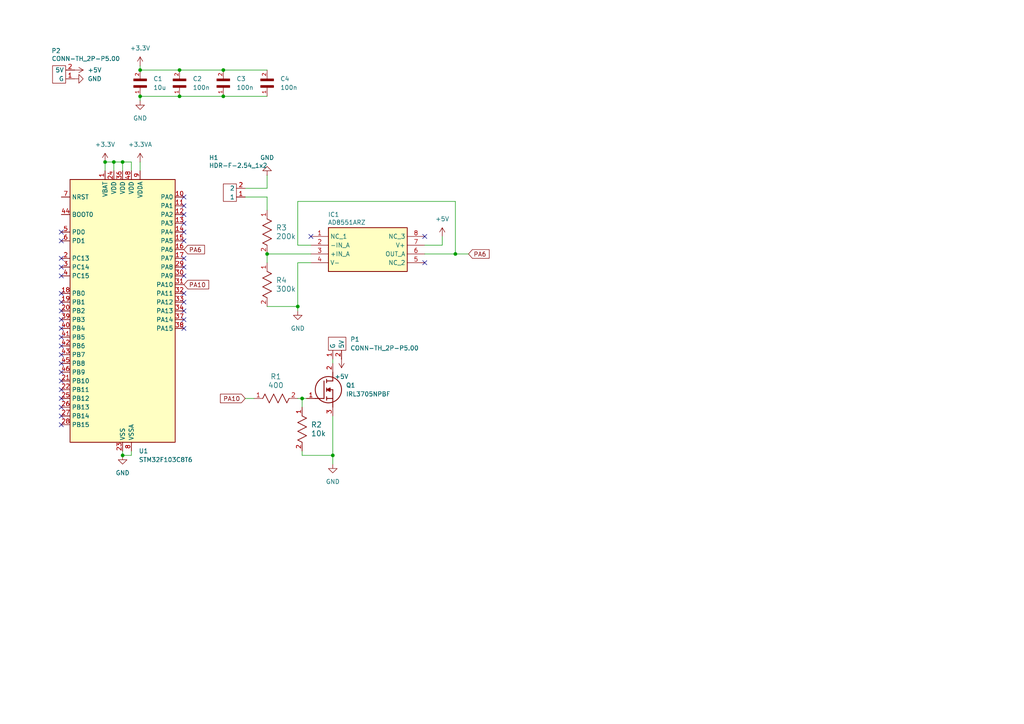
<source format=kicad_sch>
(kicad_sch (version 20250114) (generator "eeschema") (generator_version "9.0")
  (paper "A4")
  (lib_symbols
    (symbol "AD8551ARZ:AD8551ARZ"
      (property "Reference" "IC" (at 29.21 7.62 0))
      (property "Value" "AD8551ARZ" (at 29.21 5.08 0))
      (symbol "AD8551ARZ_1_1"
        (rectangle (start 5.08 2.54) (end 27.94 -10.16) (stroke (width 0.254)) (fill (type background)))
        (pin passive line (at 0 0 0) (length 5.08) (name "NC_1") (number "1"))
        (pin passive line (at 0 -2.54 0) (length 5.08) (name "-IN_A") (number "2"))
        (pin passive line (at 0 -5.08 0) (length 5.08) (name "+IN_A") (number "3"))
        (pin passive line (at 0 -7.62 0) (length 5.08) (name "V-") (number "4"))
        (pin passive line (at 33.02 0 180) (length 5.08) (name "NC_3") (number "8"))
        (pin passive line (at 33.02 -2.54 180) (length 5.08) (name "V+") (number "7"))
        (pin passive line (at 33.02 -5.08 180) (length 5.08) (name "OUT_A") (number "6"))
        (pin passive line (at 33.02 -7.62 180) (length 5.08) (name "NC_2") (number "5"))
      )
    )
    (symbol "CONN-TH_2P-P5.00:CONN-TH_2P-P5.00"
      (property "Reference" "P" (at 0.508 3.556 0))
      (property "Value" "CONN-TH_2P-P5.00" (at 9.652 1.524 0))
      (symbol "CONN-TH_2P-P5.00_0_1"
        (rectangle (start 0 0) (end 3.81 -5.08))
      )
      (symbol "CONN-TH_2P-P5.00_1_1"
        (pin input line (at 6.35 -1.27 180) (length 2.54) (name "5V") (number "2"))
        (pin input line (at 6.35 -3.81 180) (length 2.54) (name "G") (number "1"))
      )
    )
    (symbol "Ceramic Capacitor:Ceramic Capacitor" (pin_names (offset 1.016))
      (property "Reference" "C" (at 0 3.8109 0))
      (property "Value" "Ceramic Capacitor" (at 0 -5.0885 0))
      (symbol "Ceramic Capacitor_0_0"
        (rectangle (start 0 -1.9069) (end 0.635 1.905) (stroke (width 0.1)) (fill (type outline)))
        (rectangle (start 1.9069 -1.9069) (end 2.54 1.905) (stroke (width 0.1)) (fill (type outline)))
        (pin passive line (at -2.54 0 0) (length 2.54) (name "~") (number "1"))
        (pin passive line (at 5.08 0 180) (length 2.54) (name "~") (number "2"))
      )
    )
    (symbol "HDR-F-2.54_1x2:HDR-F-2.54_1x2"
      (property "Reference" "H" (at 0.508 3.556 0))
      (property "Value" "HDR-F-2.54_1x2" (at 8.128 1.27 0))
      (symbol "HDR-F-2.54_1x2_0_1"
        (rectangle (start 0 0) (end 3.81 -5.08))
      )
      (symbol "HDR-F-2.54_1x2_1_1"
        (pin passive line (at 6.35 -1.27 180) (length 2.54) (name "2") (number "2"))
        (pin passive line (at 6.35 -3.81 180) (length 2.54) (name "1") (number "1"))
      )
    )
    (symbol "IRL3705NPBF:IRL3705NPBF" (pin_names (hide yes))
      (property "Reference" "Q" (at 11.43 3.81 0))
      (property "Value" "IRL3705NPBF" (at 11.43 1.27 0))
      (symbol "IRL3705NPBF_1_1"
        (polyline (pts (xy 2.54 0) (xy 5.08 0)) (stroke (width 0.254)))
        (polyline (pts (xy 5.08 5.08) (xy 5.08 0)) (stroke (width 0.254)))
        (polyline (pts (xy 5.842 5.588) (xy 5.842 4.572)) (stroke (width 0.254)))
        (polyline (pts (xy 5.842 2.54) (xy 6.858 3.048) (xy 6.858 2.032) (xy 5.842 2.54)) (stroke (width 0.254)) (fill (type outline)))
        (polyline (pts (xy 5.842 2.032) (xy 5.842 3.048)) (stroke (width 0.254)))
        (polyline (pts (xy 5.842 0) (xy 7.62 0)) (stroke (width 0.254)))
        (polyline (pts (xy 5.842 -0.508) (xy 5.842 0.508)) (stroke (width 0.254)))
        (circle (center 6.35 2.54) (radius 3.81) (stroke (width 0.254)))
        (polyline (pts (xy 7.62 5.08) (xy 5.842 5.08)) (stroke (width 0.254)))
        (polyline (pts (xy 7.62 5.08) (xy 7.62 7.62)) (stroke (width 0.254)))
        (polyline (pts (xy 7.62 2.54) (xy 5.842 2.54)) (stroke (width 0.254)))
        (polyline (pts (xy 7.62 2.54) (xy 7.62 -2.54)) (stroke (width 0.254)))
        (pin passive line (at 0 0 0) (length 2.54) (name "G") (number "1"))
        (pin passive line (at 7.62 10.16 270) (length 2.54) (name "D") (number "2"))
        (pin passive line (at 7.62 -5.08 90) (length 2.54) (name "S") (number "3"))
      )
    )
    (symbol "MCU_ST_STM32F1:STM32F103C8Tx"
      (property "Reference" "U" (at -15.24 39.37 0))
      (property "Value" "STM32F103C8Tx" (at 7.62 39.37 0))
      (symbol "STM32F103C8Tx_0_1"
        (rectangle (start -15.24 -38.1) (end 15.24 38.1) (stroke (width 0.254)) (fill (type background)))
      )
      (symbol "STM32F103C8Tx_1_1"
        (pin input line (at -17.78 33.02 0) (length 2.54) (name "NRST") (number "7"))
        (pin input line (at -17.78 27.94 0) (length 2.54) (name "BOOT0") (number "44"))
        (pin bidirectional line (at -17.78 22.86 0) (length 2.54) (name "PD0") (number "5"))
        (pin bidirectional line (at -17.78 20.32 0) (length 2.54) (name "PD1") (number "6"))
        (pin bidirectional line (at -17.78 15.24 0) (length 2.54) (name "PC13") (number "2"))
        (pin bidirectional line (at -17.78 12.7 0) (length 2.54) (name "PC14") (number "3"))
        (pin bidirectional line (at -17.78 10.16 0) (length 2.54) (name "PC15") (number "4"))
        (pin bidirectional line (at -17.78 5.08 0) (length 2.54) (name "PB0") (number "18"))
        (pin bidirectional line (at -17.78 2.54 0) (length 2.54) (name "PB1") (number "19"))
        (pin bidirectional line (at -17.78 0 0) (length 2.54) (name "PB2") (number "20"))
        (pin bidirectional line (at -17.78 -2.54 0) (length 2.54) (name "PB3") (number "39"))
        (pin bidirectional line (at -17.78 -5.08 0) (length 2.54) (name "PB4") (number "40"))
        (pin bidirectional line (at -17.78 -7.62 0) (length 2.54) (name "PB5") (number "41"))
        (pin bidirectional line (at -17.78 -10.16 0) (length 2.54) (name "PB6") (number "42"))
        (pin bidirectional line (at -17.78 -12.7 0) (length 2.54) (name "PB7") (number "43"))
        (pin bidirectional line (at -17.78 -15.24 0) (length 2.54) (name "PB8") (number "45"))
        (pin bidirectional line (at -17.78 -17.78 0) (length 2.54) (name "PB9") (number "46"))
        (pin bidirectional line (at -17.78 -20.32 0) (length 2.54) (name "PB10") (number "21"))
        (pin bidirectional line (at -17.78 -22.86 0) (length 2.54) (name "PB11") (number "22"))
        (pin bidirectional line (at -17.78 -25.4 0) (length 2.54) (name "PB12") (number "25"))
        (pin bidirectional line (at -17.78 -27.94 0) (length 2.54) (name "PB13") (number "26"))
        (pin bidirectional line (at -17.78 -30.48 0) (length 2.54) (name "PB14") (number "27"))
        (pin bidirectional line (at -17.78 -33.02 0) (length 2.54) (name "PB15") (number "28"))
        (pin power_in line (at -5.08 40.64 270) (length 2.54) (name "VBAT") (number "1"))
        (pin power_in line (at -2.54 40.64 270) (length 2.54) (name "VDD") (number "24"))
        (pin power_in line (at 0 40.64 270) (length 2.54) (name "VDD") (number "36"))
        (pin power_in line (at 0 -40.64 90) (length 2.54) (name "VSS") (number "23"))
        (pin passive line (at 0 -40.64 90) (length 2.54) (hide yes) (name "VSS") (number "35"))
        (pin passive line (at 0 -40.64 90) (length 2.54) (hide yes) (name "VSS") (number "47"))
        (pin power_in line (at 2.54 40.64 270) (length 2.54) (name "VDD") (number "48"))
        (pin power_in line (at 2.54 -40.64 90) (length 2.54) (name "VSSA") (number "8"))
        (pin power_in line (at 5.08 40.64 270) (length 2.54) (name "VDDA") (number "9"))
        (pin bidirectional line (at 17.78 33.02 180) (length 2.54) (name "PA0") (number "10"))
        (pin bidirectional line (at 17.78 30.48 180) (length 2.54) (name "PA1") (number "11"))
        (pin bidirectional line (at 17.78 27.94 180) (length 2.54) (name "PA2") (number "12"))
        (pin bidirectional line (at 17.78 25.4 180) (length 2.54) (name "PA3") (number "13"))
        (pin bidirectional line (at 17.78 22.86 180) (length 2.54) (name "PA4") (number "14"))
        (pin bidirectional line (at 17.78 20.32 180) (length 2.54) (name "PA5") (number "15"))
        (pin bidirectional line (at 17.78 17.78 180) (length 2.54) (name "PA6") (number "16"))
        (pin bidirectional line (at 17.78 15.24 180) (length 2.54) (name "PA7") (number "17"))
        (pin bidirectional line (at 17.78 12.7 180) (length 2.54) (name "PA8") (number "29"))
        (pin bidirectional line (at 17.78 10.16 180) (length 2.54) (name "PA9") (number "30"))
        (pin bidirectional line (at 17.78 7.62 180) (length 2.54) (name "PA10") (number "31"))
        (pin bidirectional line (at 17.78 5.08 180) (length 2.54) (name "PA11") (number "32"))
        (pin bidirectional line (at 17.78 2.54 180) (length 2.54) (name "PA12") (number "33"))
        (pin bidirectional line (at 17.78 0 180) (length 2.54) (name "PA13") (number "34"))
        (pin bidirectional line (at 17.78 -2.54 180) (length 2.54) (name "PA14") (number "37"))
        (pin bidirectional line (at 17.78 -5.08 180) (length 2.54) (name "PA15") (number "38"))
      )
    )
    (symbol "Resistor:Resistor" (pin_names (offset 0.254))
      (property "Reference" "R" (at 5.715 3.81 0))
      (property "Value" "Resistor" (at 6.35 -3.81 0))
      (symbol "Resistor_1_1"
        (polyline (pts (xy 2.54 0) (xy 3.175 1.27)) (stroke (width 0.2032)))
        (polyline (pts (xy 3.175 1.27) (xy 4.445 -1.27)) (stroke (width 0.2032)))
        (polyline (pts (xy 4.445 -1.27) (xy 5.715 1.27)) (stroke (width 0.2032)))
        (polyline (pts (xy 5.715 1.27) (xy 6.985 -1.27)) (stroke (width 0.2032)))
        (polyline (pts (xy 6.985 -1.27) (xy 8.255 1.27)) (stroke (width 0.2032)))
        (polyline (pts (xy 8.255 1.27) (xy 9.525 -1.27)) (stroke (width 0.2032)))
        (polyline (pts (xy 9.525 -1.27) (xy 10.16 0)) (stroke (width 0.2032)))
        (pin unspecified line (at 0 0 0) (length 2.54) (name "") (number "1"))
        (pin unspecified line (at 12.7 0 180) (length 2.54) (name "") (number "2"))
      )
      (symbol "Resistor_1_2"
        (polyline (pts (xy -1.27 8.255) (xy 1.27 9.525)) (stroke (width 0.2032)))
        (polyline (pts (xy -1.27 5.715) (xy 1.27 6.985)) (stroke (width 0.2032)))
        (polyline (pts (xy -1.27 3.175) (xy 1.27 4.445)) (stroke (width 0.2032)))
        (polyline (pts (xy 0 2.54) (xy -1.27 3.175)) (stroke (width 0.2032)))
        (polyline (pts (xy 1.27 9.525) (xy 0 10.16)) (stroke (width 0.2032)))
        (polyline (pts (xy 1.27 6.985) (xy -1.27 8.255)) (stroke (width 0.2032)))
        (polyline (pts (xy 1.27 4.445) (xy -1.27 5.715)) (stroke (width 0.2032)))
        (pin unspecified line (at 0 12.7 270) (length 2.54) (name "") (number "1"))
        (pin unspecified line (at 0 0 90) (length 2.54) (name "") (number "2"))
      )
    )
    (symbol "power:+3.3V" (power) (pin_numbers (hide yes)) (pin_names (offset 0) (hide yes))
      (property "Value" "+3.3V" (at 0 3.556 0))
      (symbol "+3.3V_0_1"
        (polyline (pts (xy -0.762 1.27) (xy 0 2.54)))
        (polyline (pts (xy 0 2.54) (xy 0.762 1.27)))
        (polyline (pts (xy 0 0) (xy 0 2.54)))
      )
      (symbol "+3.3V_1_1"
        (pin power_in line (at 0 0 90) (length 0) (name "~") (number "1"))
      )
    )
    (symbol "power:+3.3VA" (power) (pin_numbers (hide yes)) (pin_names (offset 0) (hide yes))
      (property "Value" "+3.3VA" (at 0 3.556 0))
      (symbol "+3.3VA_0_1"
        (polyline (pts (xy -0.762 1.27) (xy 0 2.54)))
        (polyline (pts (xy 0 2.54) (xy 0.762 1.27)))
        (polyline (pts (xy 0 0) (xy 0 2.54)))
      )
      (symbol "+3.3VA_1_1"
        (pin power_in line (at 0 0 90) (length 0) (name "~") (number "1"))
      )
    )
    (symbol "power:+5V" (power) (pin_numbers (hide yes)) (pin_names (offset 0) (hide yes))
      (property "Value" "+5V" (at 0 3.556 0))
      (symbol "+5V_0_1"
        (polyline (pts (xy -0.762 1.27) (xy 0 2.54)))
        (polyline (pts (xy 0 2.54) (xy 0.762 1.27)))
        (polyline (pts (xy 0 0) (xy 0 2.54)))
      )
      (symbol "+5V_1_1"
        (pin power_in line (at 0 0 90) (length 0) (name "~") (number "1"))
      )
    )
    (symbol "power:GND" (power) (pin_numbers (hide yes)) (pin_names (offset 0) (hide yes))
      (property "Value" "GND" (at 0 -3.81 0))
      (symbol "GND_0_1"
        (polyline (pts (xy 0 0) (xy 0 -1.27) (xy 1.27 -1.27) (xy 0 -2.54) (xy -1.27 -1.27) (xy 0 -1.27)))
      )
      (symbol "GND_1_1"
        (pin power_in line (at 0 0 270) (length 0) (name "~") (number "1"))
      )
    )
  )
  (junction (at 40.64 20.32))
  (junction (at 64.77 27.94))
  (junction (at 132.08 73.66))
  (junction (at 64.77 20.32))
  (junction (at 33.02 46.99))
  (junction (at 52.07 27.94))
  (junction (at 52.07 20.32))
  (junction (at 35.56 46.99))
  (junction (at 35.56 132.08))
  (junction (at 87.63 115.57))
  (junction (at 30.48 46.99))
  (junction (at 96.52 132.08))
  (junction (at 77.47 73.66))
  (junction (at 86.36 88.9))
  (junction (at 40.64 27.94))
  (no_connect (at 17.78 100.33))
  (no_connect (at 53.34 67.31))
  (no_connect (at 17.78 95.25))
  (no_connect (at 17.78 97.79))
  (no_connect (at 53.34 90.17))
  (no_connect (at 53.34 92.71))
  (no_connect (at 17.78 80.01))
  (no_connect (at 17.78 85.09))
  (no_connect (at 17.78 105.41))
  (no_connect (at 53.34 74.93))
  (no_connect (at 17.78 67.31))
  (no_connect (at 17.78 118.11))
  (no_connect (at 53.34 69.85))
  (no_connect (at 17.78 92.71))
  (no_connect (at 17.78 87.63))
  (no_connect (at 123.19 68.58))
  (no_connect (at 53.34 77.47))
  (no_connect (at 17.78 74.93))
  (no_connect (at 90.17 68.58))
  (no_connect (at 17.78 102.87))
  (no_connect (at 17.78 123.19))
  (no_connect (at 17.78 90.17))
  (no_connect (at 53.34 95.25))
  (no_connect (at 53.34 59.69))
  (no_connect (at 53.34 80.01))
  (no_connect (at 53.34 62.23))
  (no_connect (at 17.78 113.03))
  (no_connect (at 17.78 69.85))
  (no_connect (at 53.34 87.63))
  (no_connect (at 17.78 107.95))
  (no_connect (at 123.19 76.2))
  (no_connect (at 17.78 110.49))
  (no_connect (at 53.34 85.09))
  (no_connect (at 17.78 120.65))
  (no_connect (at 17.78 115.57))
  (no_connect (at 53.34 57.15))
  (no_connect (at 17.78 77.47))
  (no_connect (at 53.34 64.77))
  (wire (pts (xy 87.63 130.81) (xy 87.63 132.08)))
  (wire (pts (xy 96.52 132.08) (xy 96.52 134.62)))
  (wire (pts (xy 77.47 54.61) (xy 77.47 50.8)))
  (wire (pts (xy 86.36 76.2) (xy 86.36 88.9)))
  (wire (pts (xy 77.47 73.66) (xy 77.47 76.2)))
  (wire (pts (xy 38.1 46.99) (xy 38.1 49.53)))
  (wire (pts (xy 87.63 115.57) (xy 88.9 115.57)))
  (wire (pts (xy 38.1 130.81) (xy 38.1 132.08)))
  (wire (pts (xy 71.12 54.61) (xy 77.47 54.61)))
  (wire (pts (xy 40.64 20.32) (xy 52.07 20.32)))
  (wire (pts (xy 40.64 27.94) (xy 40.64 29.21)))
  (wire (pts (xy 30.48 46.99) (xy 33.02 46.99)))
  (wire (pts (xy 40.64 46.99) (xy 40.64 49.53)))
  (wire (pts (xy 35.56 130.81) (xy 35.56 132.08)))
  (wire (pts (xy 87.63 115.57) (xy 87.63 118.11)))
  (wire (pts (xy 52.07 20.32) (xy 64.77 20.32)))
  (wire (pts (xy 87.63 132.08) (xy 96.52 132.08)))
  (wire (pts (xy 77.47 88.9) (xy 86.36 88.9)))
  (wire (pts (xy 38.1 132.08) (xy 35.56 132.08)))
  (wire (pts (xy 86.36 88.9) (xy 86.36 90.17)))
  (wire (pts (xy 33.02 46.99) (xy 33.02 49.53)))
  (wire (pts (xy 86.36 58.42) (xy 132.08 58.42)))
  (wire (pts (xy 132.08 73.66) (xy 123.19 73.66)))
  (wire (pts (xy 123.19 71.12) (xy 128.27 71.12)))
  (wire (pts (xy 52.07 27.94) (xy 64.77 27.94)))
  (wire (pts (xy 96.52 104.14) (xy 96.52 105.41)))
  (wire (pts (xy 77.47 73.66) (xy 90.17 73.66)))
  (wire (pts (xy 35.56 46.99) (xy 38.1 46.99)))
  (wire (pts (xy 86.36 115.57) (xy 87.63 115.57)))
  (wire (pts (xy 40.64 27.94) (xy 52.07 27.94)))
  (wire (pts (xy 71.12 57.15) (xy 77.47 57.15)))
  (wire (pts (xy 96.52 120.65) (xy 96.52 132.08)))
  (wire (pts (xy 132.08 58.42) (xy 132.08 73.66)))
  (wire (pts (xy 71.12 115.57) (xy 73.66 115.57)))
  (wire (pts (xy 86.36 76.2) (xy 90.17 76.2)))
  (wire (pts (xy 77.47 57.15) (xy 77.47 60.96)))
  (wire (pts (xy 30.48 46.99) (xy 30.48 49.53)))
  (wire (pts (xy 64.77 27.94) (xy 77.47 27.94)))
  (wire (pts (xy 33.02 46.99) (xy 35.56 46.99)))
  (wire (pts (xy 132.08 73.66) (xy 135.89 73.66)))
  (wire (pts (xy 40.64 19.05) (xy 40.64 20.32)))
  (wire (pts (xy 64.77 20.32) (xy 77.47 20.32)))
  (wire (pts (xy 86.36 71.12) (xy 86.36 58.42)))
  (wire (pts (xy 90.17 71.12) (xy 86.36 71.12)))
  (wire (pts (xy 35.56 46.99) (xy 35.56 49.53)))
  (wire (pts (xy 128.27 71.12) (xy 128.27 68.58)))
  (global_label "PA6" (shape input) (at 135.89 73.66 0) (property "Intersheetrefs" "${INTERSHEET_REFS}" (effects (hide yes))))
  (global_label "PA10" (shape input) (at 53.34 82.55 0) (property "Intersheetrefs" "${INTERSHEET_REFS}" (effects (hide yes))))
  (global_label "PA6" (shape input) (at 53.34 72.39 0) (property "Intersheetrefs" "${INTERSHEET_REFS}" (effects (hide yes))))
  (global_label "PA10" (shape input) (at 71.12 115.57 180) (property "Intersheetrefs" "${INTERSHEET_REFS}" (effects (hide yes))))
  (symbol (lib_id "AD8551ARZ:AD8551ARZ") (at 90.17 68.58 0) (unit 1)
    (property "Reference" "IC1" (at 96.774 62.23 0))
    (property "Value" "AD8551ARZ" (at 100.584 64.516 0))
    (property "Footprint" "SOIC127P600X175-8N" (effects (hide yes)))
    (property "Datasheet" "https://componentsearchengine.com/Datasheets/2/AD8551ARZ.pdf" (effects (hide yes)))
    (property "Description" "Analog Devices AD8551ARZ Op Amp, 1.5MHz CMOS, Rail to Rail, 3 V, 8-Pin SOIC" (effects (hide yes)))
    (property "Height" "1.75" (effects (hide yes)))
    (property "Mouser Part Number" "584-AD8551ARZ" (effects (hide yes)))
    (property "Mouser Price/Stock" "https://www.mouser.co.uk/ProductDetail/Analog-Devices/AD8551ARZ?qs=%2FtpEQrCGXCzwY4bOhJO6Xw%3D%3D" (effects (hide yes)))
    (property "Manufacturer_Name" "Analog Devices" (effects (hide yes)))
    (property "Manufacturer_Part_Number" "AD8551ARZ" (effects (hide yes)))
  )
  (symbol (lib_id "Ceramic Capacitor:Ceramic Capacitor") (at 77.47 25.4 90) (unit 1)
    (property "Reference" "C4" (at 81.28 22.8599 90) (effects (justify right)))
    (property "Value" "100n" (at 81.28 25.3999 90) (effects (justify right)))
    (property "Footprint" "Ceramic Capacitor:Ceramic Capacitor" (effects (hide yes)))
    (property "E_max" "0.55" (effects (hide yes)))
    (property "L_max" "0.35" (effects (hide yes)))
    (property "A_max" "0.55" (effects (hide yes)))
    (property "L1_nom" "0.25" (effects (hide yes)))
    (property "D_max" "1.05" (effects (hide yes)))
    (property "A_nom" "0.55" (effects (hide yes)))
    (property "L1_max" "0.35" (effects (hide yes)))
    (property "L1_min" "0.15" (effects (hide yes)))
    (property "A_min" "0.55" (effects (hide yes)))
    (property "E_min" "0.45" (effects (hide yes)))
    (property "D_min" "0.95" (effects (hide yes)))
    (property "D_nom" "1.0" (effects (hide yes)))
    (property "E_nom" "0.5" (effects (hide yes)))
    (property "STANDARD" "IPC 7351B" (effects (hide yes)))
    (property "L_min" "0.15" (effects (hide yes)))
    (property "L_nom" "0.25" (effects (hide yes)))
    (property "MANUFACTURER" "Samsung Electro-Mechanics" (effects (hide yes)))
  )
  (symbol (lib_id "power:+3.3V") (at 40.64 19.05 0) (unit 1)
    (property "Reference" "#PWR011" (effects (hide yes)))
    (property "Value" "+3.3V" (at 40.64 13.97 0))
    (property "Description" "Power symbol creates a global label with name \"+3.3V\"" (effects (hide yes)))
  )
  (symbol (lib_id "IRL3705NPBF:IRL3705NPBF") (at 88.9 115.57 0) (unit 1)
    (property "Reference" "Q1" (at 100.33 111.7599 0) (effects (justify left)))
    (property "Value" "IRL3705NPBF" (at 100.33 114.2999 0) (effects (justify left)))
    (property "Footprint" "TO254P469X1042X1930-3P" (effects (hide yes)))
    (property "Datasheet" "https://www.infineon.com/dgdl/irl3705n.pdf?fileId=5546d462533600a40153565f29f42532" (effects (hide yes)))
    (property "Description" "International Rectifier IRL3705NPBF N-channel MOSFET Transistor, 89 A, 55 V, 3-Pin TO-220AB" (effects (hide yes)))
    (property "Height" "4.69" (effects (hide yes)))
    (property "Mouser Part Number" "942-IRL3705NPBF" (effects (hide yes)))
    (property "Mouser Price/Stock" "https://www.mouser.co.uk/ProductDetail/Infineon-Technologies/IRL3705NPBF?qs=9%252BKlkBgLFf3RbtP30EBJKw%3D%3D" (effects (hide yes)))
    (property "Manufacturer_Name" "Infineon" (effects (hide yes)))
    (property "Manufacturer_Part_Number" "IRL3705NPBF" (effects (hide yes)))
  )
  (symbol (lib_id "MCU_ST_STM32F1:STM32F103C8Tx") (at 35.56 90.17 0) (unit 1)
    (property "Reference" "U1" (at 40.2433 130.81 0) (effects (justify left)))
    (property "Value" "STM32F103C8T6" (at 40.2433 133.35 0) (effects (justify left)))
    (property "Footprint" "Package_QFP:LQFP-48_7x7mm_P0.5mm" (effects (hide yes)))
    (property "Datasheet" "https://www.st.com/resource/en/datasheet/stm32f103c8.pdf" (effects (hide yes)))
    (property "Description" "STMicroelectronics Arm Cortex-M3 MCU, 64KB flash, 20KB RAM, 72 MHz, 2.0-3.6V, 37 GPIO, LQFP48" (effects (hide yes)))
  )
  (symbol (lib_id "power:+5V") (at 21.59 20.32 270) (unit 1)
    (property "Reference" "#PWR09" (effects (hide yes)))
    (property "Value" "+5V" (at 25.4 20.3199 90) (effects (justify left)))
    (property "Description" "Power symbol creates a global label with name \"+5V\"" (effects (hide yes)))
  )
  (symbol (lib_id "Ceramic Capacitor:Ceramic Capacitor") (at 40.64 25.4 90) (unit 1)
    (property "Reference" "C1" (at 44.45 22.8599 90) (effects (justify right)))
    (property "Value" "10u" (at 44.45 25.3999 90) (effects (justify right)))
    (property "Footprint" "Ceramic Capacitor:Ceramic Capacitor" (effects (hide yes)))
    (property "E_max" "0.55" (effects (hide yes)))
    (property "L_max" "0.35" (effects (hide yes)))
    (property "A_max" "0.55" (effects (hide yes)))
    (property "L1_nom" "0.25" (effects (hide yes)))
    (property "D_max" "1.05" (effects (hide yes)))
    (property "A_nom" "0.55" (effects (hide yes)))
    (property "L1_max" "0.35" (effects (hide yes)))
    (property "L1_min" "0.15" (effects (hide yes)))
    (property "A_min" "0.55" (effects (hide yes)))
    (property "E_min" "0.45" (effects (hide yes)))
    (property "D_min" "0.95" (effects (hide yes)))
    (property "D_nom" "1.0" (effects (hide yes)))
    (property "E_nom" "0.5" (effects (hide yes)))
    (property "STANDARD" "IPC 7351B" (effects (hide yes)))
    (property "L_min" "0.15" (effects (hide yes)))
    (property "L_nom" "0.25" (effects (hide yes)))
    (property "MANUFACTURER" "Samsung Electro-Mechanics" (effects (hide yes)))
  )
  (symbol (lib_id "power:GND") (at 96.52 134.62 0) (unit 1)
    (property "Reference" "#PWR04" (effects (hide yes)))
    (property "Value" "GND" (at 96.52 139.7 0))
    (property "Description" "Power symbol creates a global label with name \"GND\" , ground" (effects (hide yes)))
  )
  (symbol (lib_id "power:+5V") (at 128.27 68.58 0) (unit 1)
    (property "Reference" "#PWR07" (effects (hide yes)))
    (property "Value" "+5V" (at 128.27 63.5 0))
    (property "Description" "Power symbol creates a global label with name \"+5V\"" (effects (hide yes)))
  )
  (symbol (lib_id "Ceramic Capacitor:Ceramic Capacitor") (at 52.07 25.4 90) (unit 1)
    (property "Reference" "C2" (at 55.88 22.8599 90) (effects (justify right)))
    (property "Value" "100n" (at 55.88 25.3999 90) (effects (justify right)))
    (property "Footprint" "Ceramic Capacitor:Ceramic Capacitor" (effects (hide yes)))
    (property "E_max" "0.55" (effects (hide yes)))
    (property "L_max" "0.35" (effects (hide yes)))
    (property "A_max" "0.55" (effects (hide yes)))
    (property "L1_nom" "0.25" (effects (hide yes)))
    (property "D_max" "1.05" (effects (hide yes)))
    (property "A_nom" "0.55" (effects (hide yes)))
    (property "L1_max" "0.35" (effects (hide yes)))
    (property "L1_min" "0.15" (effects (hide yes)))
    (property "A_min" "0.55" (effects (hide yes)))
    (property "E_min" "0.45" (effects (hide yes)))
    (property "D_min" "0.95" (effects (hide yes)))
    (property "D_nom" "1.0" (effects (hide yes)))
    (property "E_nom" "0.5" (effects (hide yes)))
    (property "STANDARD" "IPC 7351B" (effects (hide yes)))
    (property "L_min" "0.15" (effects (hide yes)))
    (property "L_nom" "0.25" (effects (hide yes)))
    (property "MANUFACTURER" "Samsung Electro-Mechanics" (effects (hide yes)))
  )
  (symbol (lib_id "Ceramic Capacitor:Ceramic Capacitor") (at 64.77 25.4 90) (unit 1)
    (property "Reference" "C3" (at 68.58 22.8599 90) (effects (justify right)))
    (property "Value" "100n" (at 68.58 25.3999 90) (effects (justify right)))
    (property "Footprint" "Ceramic Capacitor:Ceramic Capacitor" (effects (hide yes)))
    (property "E_max" "0.55" (effects (hide yes)))
    (property "L_max" "0.35" (effects (hide yes)))
    (property "A_max" "0.55" (effects (hide yes)))
    (property "L1_nom" "0.25" (effects (hide yes)))
    (property "D_max" "1.05" (effects (hide yes)))
    (property "A_nom" "0.55" (effects (hide yes)))
    (property "L1_max" "0.35" (effects (hide yes)))
    (property "L1_min" "0.15" (effects (hide yes)))
    (property "A_min" "0.55" (effects (hide yes)))
    (property "E_min" "0.45" (effects (hide yes)))
    (property "D_min" "0.95" (effects (hide yes)))
    (property "D_nom" "1.0" (effects (hide yes)))
    (property "E_nom" "0.5" (effects (hide yes)))
    (property "STANDARD" "IPC 7351B" (effects (hide yes)))
    (property "L_min" "0.15" (effects (hide yes)))
    (property "L_nom" "0.25" (effects (hide yes)))
    (property "MANUFACTURER" "Samsung Electro-Mechanics" (effects (hide yes)))
  )
  (symbol (lib_id "Resistor:Resistor") (at 77.47 76.2 270) (unit 1)
    (property "Reference" "R4" (at 80.01 81.2799 90) (effects (font (size 1.524 1.524)) (justify left)))
    (property "Value" "300k" (at 80.01 83.8199 90) (effects (font (size 1.524 1.524)) (justify left)))
    (property "Footprint" "Resistor:Resistor" (effects (hide yes)))
    (property "Datasheet" "Resistor" (effects (hide yes)))
  )
  (symbol (lib_id "power:GND") (at 77.47 50.8 180) (unit 1)
    (property "Reference" "#PWR06" (effects (hide yes)))
    (property "Value" "GND" (at 77.47 45.72 0))
    (property "Description" "Power symbol creates a global label with name \"GND\" , ground" (effects (hide yes)))
  )
  (symbol (lib_id "Resistor:Resistor") (at 77.47 60.96 270) (unit 1)
    (property "Reference" "R3" (at 80.01 66.0399 90) (effects (font (size 1.524 1.524)) (justify left)))
    (property "Value" "200k" (at 80.01 68.5799 90) (effects (font (size 1.524 1.524)) (justify left)))
    (property "Footprint" "Resistor:Resistor" (effects (hide yes)))
    (property "Datasheet" "Resistor" (effects (hide yes)))
  )
  (symbol (lib_id "power:+3.3VA") (at 40.64 46.99 0) (unit 1)
    (property "Reference" "#PWR03" (effects (hide yes)))
    (property "Value" "+3.3VA" (at 40.64 41.91 0))
    (property "Description" "Power symbol creates a global label with name \"+3.3VA\"" (effects (hide yes)))
  )
  (symbol (lib_id "HDR-F-2.54_1x2:HDR-F-2.54_1x2") (at 64.77 53.34 0) (unit 1)
    (property "Reference" "H1" (at 61.976 45.72 0))
    (property "Value" "HDR-F-2.54_1x2" (at 69.088 48.006 0))
    (property "Footprint" "HDR-F-2.54_1x2:CONN_PPPC021_SUL" (effects (hide yes)))
  )
  (symbol (lib_id "CONN-TH_2P-P5.00:CONN-TH_2P-P5.00") (at 15.24 19.05 0) (unit 1)
    (property "Reference" "P2" (at 16.256 14.732 0))
    (property "Value" "CONN-TH_2P-P5.00" (at 24.892 17.018 0))
    (property "Footprint" "CONN-TH_2P-P5.00:CONN-TH_2P-P5.00" (effects (hide yes)))
  )
  (symbol (lib_id "power:+3.3V") (at 30.48 46.99 0) (unit 1)
    (property "Reference" "#PWR02" (effects (hide yes)))
    (property "Value" "+3.3V" (at 30.48 41.91 0))
    (property "Description" "Power symbol creates a global label with name \"+3.3V\"" (effects (hide yes)))
  )
  (symbol (lib_id "Resistor:Resistor") (at 87.63 118.11 270) (unit 1)
    (property "Reference" "R2" (at 90.17 123.1899 90) (effects (font (size 1.524 1.524)) (justify left)))
    (property "Value" "10k" (at 90.17 125.7299 90) (effects (font (size 1.524 1.524)) (justify left)))
    (property "Footprint" "Resistor:Resistor" (effects (hide yes)))
    (property "Datasheet" "Resistor" (effects (hide yes)))
  )
  (symbol (lib_id "power:GND") (at 21.59 22.86 90) (unit 1)
    (property "Reference" "#PWR010" (effects (hide yes)))
    (property "Value" "GND" (at 25.4 22.8599 90) (effects (justify right)))
    (property "Description" "Power symbol creates a global label with name \"GND\" , ground" (effects (hide yes)))
  )
  (symbol (lib_id "power:+5V") (at 99.06 104.14 180) (unit 1)
    (property "Reference" "#PWR08" (effects (hide yes)))
    (property "Value" "+5V" (at 99.06 109.22 0))
    (property "Description" "Power symbol creates a global label with name \"+5V\"" (effects (hide yes)))
  )
  (symbol (lib_id "Resistor:Resistor") (at 73.66 115.57 0) (unit 1)
    (property "Reference" "R1" (at 80.01 109.22 0) (effects (font (size 1.524 1.524))))
    (property "Value" "400" (at 80.01 111.76 0) (effects (font (size 1.524 1.524))))
    (property "Footprint" "Resistor:Resistor" (effects (hide yes)))
    (property "Datasheet" "Resistor" (effects (hide yes)))
  )
  (symbol (lib_id "power:GND") (at 35.56 132.08 0) (unit 1)
    (property "Reference" "#PWR01" (effects (hide yes)))
    (property "Value" "GND" (at 35.56 137.16 0))
    (property "Description" "Power symbol creates a global label with name \"GND\" , ground" (effects (hide yes)))
  )
  (symbol (lib_id "power:GND") (at 86.36 90.17 0) (unit 1)
    (property "Reference" "#PWR05" (effects (hide yes)))
    (property "Value" "GND" (at 86.36 95.25 0))
    (property "Description" "Power symbol creates a global label with name \"GND\" , ground" (effects (hide yes)))
  )
  (symbol (lib_id "power:GND") (at 40.64 29.21 0) (unit 1)
    (property "Reference" "#PWR012" (effects (hide yes)))
    (property "Value" "GND" (at 40.64 34.29 0))
    (property "Description" "Power symbol creates a global label with name \"GND\" , ground" (effects (hide yes)))
  )
  (symbol (lib_id "CONN-TH_2P-P5.00:CONN-TH_2P-P5.00") (at 100.33 97.79 270) (unit 1)
    (property "Reference" "P1" (at 101.6 98.4249 90) (effects (justify left)))
    (property "Value" "CONN-TH_2P-P5.00" (at 101.6 100.9649 90) (effects (justify left)))
    (property "Footprint" "CONN-TH_2P-P5.00:CONN-TH_2P-P5.00" (effects (hide yes)))
  )
)
</source>
